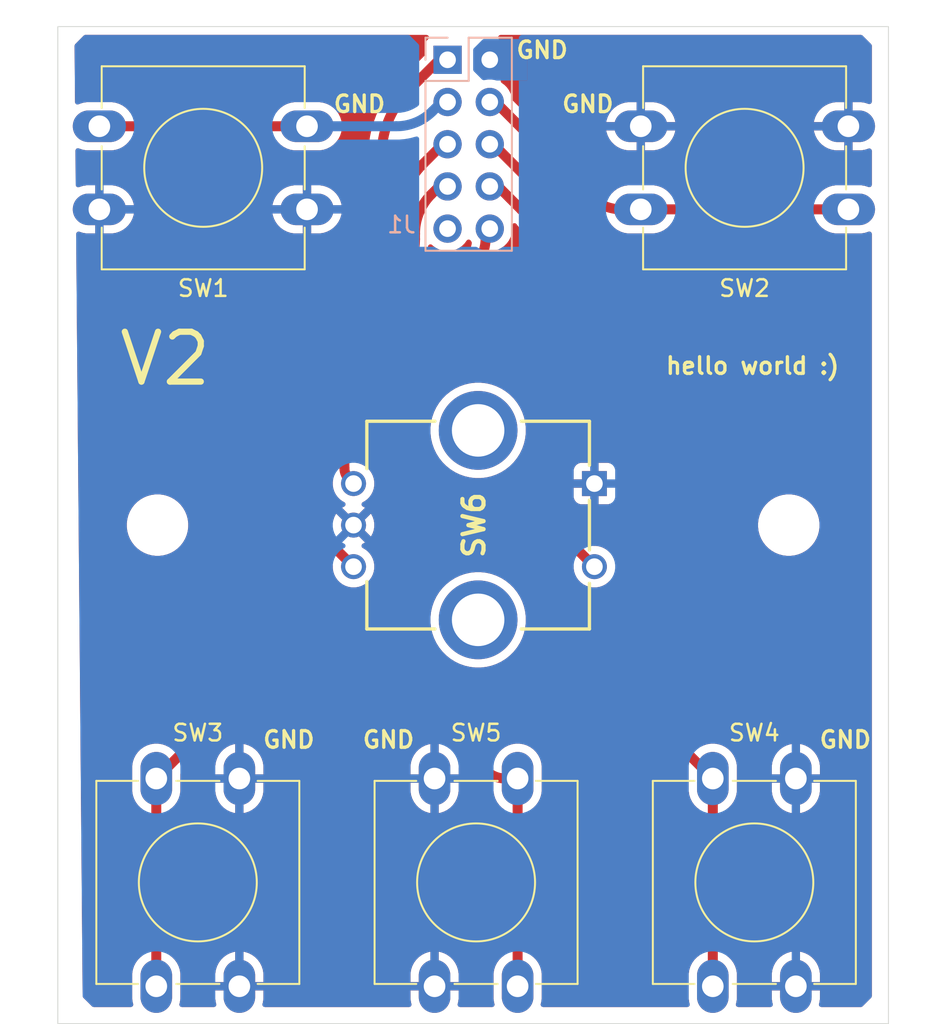
<source format=kicad_pcb>
(kicad_pcb (version 20241229) (generator "pcbnew") (generator_version "9.0")
  (title_block (comment 4 "AISLER Project ID: YIWGWVPE"))
  (layers (0 "F.Cu" signal) (2 "B.Cu" signal) (13 "F.Paste" user) (15 "B.Paste" user) (5 "F.SilkS" user "F.Silkscreen") (7 "B.SilkS" user "B.Silkscreen") (1 "F.Mask" user) (3 "B.Mask" user) (25 "Edge.Cuts" user))
  (net 0 "")
  (net 1 "Net-(J1-Pin_1)")
  (net 2 "Net-(J1-Pin_5)")
  (net 3 "Net-(J1-Pin_3)")
  (net 4 "Net-(J1-Pin_8)")
  (net 5 "Net-(J1-Pin_4)")
  (net 6 "Net-(J1-Pin_6)")
  (net 7 "Net-(J1-Pin_2)")
  (net 8 "Net-(J1-Pin_7)")
  (net 11 "Net-(J1-Pin_10)")
  (footprint "MountingHole:MountingHole_3.2mm_M3" (layer "F.Cu") (at 58.5 73)
    (property "Reference" "REF**" (hide yes))
    (property "Value" "MountingHole_3.2mm_M3")
    (pad "" np_thru_hole circle (at 0 0) (size 3.2 3.2) (drill 3.2) (layers "*.Cu" "*.Mask"))
  )
  (footprint "SamacSys_Parts:SW_PUSH-12mm3D" (layer "F.Cu") (at 58.426751 100.75 90)
    (property "Reference" "SW3" (at 15.25 2.5 180) (layer "F.SilkS"))
    (property "Value" "SW_Push")
    (fp_line (start 12.36 -3.61) (end 12.36 -1.1) (stroke (width 0.12)) (layer "F.SilkS"))
    (fp_line (start 0.14 -3.61) (end 12.36 -3.61) (stroke (width 0.12)) (layer "F.SilkS"))
    (fp_line (start 0.14 -3.61) (end 0.14 -1.1) (stroke (width 0.12)) (layer "F.SilkS"))
    (fp_line (start 12.36 1.2) (end 12.36 3.8) (stroke (width 0.12)) (layer "F.SilkS"))
    (fp_line (start 0.14 1.2) (end 0.14 3.8) (stroke (width 0.12)) (layer "F.SilkS"))
    (fp_line (start 12.36 6.1) (end 12.36 8.61) (stroke (width 0.12)) (layer "F.SilkS"))
    (fp_line (start 0.14 6.1) (end 0.14 8.61) (stroke (width 0.12)) (layer "F.SilkS"))
    (fp_line (start 12.36 8.61) (end 0.14 8.61) (stroke (width 0.12)) (layer "F.SilkS"))
    (fp_circle (center 6.25 2.5) (end 9.8 2.5) (stroke (width 0.12)) (fill no) (layer "F.SilkS"))
    (pad "1" thru_hole oval (at 0 0 90) (size 3.2 1.9) (drill 1.3) (layers "*.Cu" "*.Mask") (net 1 "Net-(J1-Pin_1)"))
    (pad "1" thru_hole oval (at 12.5 0 90) (size 3.2 1.9) (drill 1.3) (layers "*.Cu" "*.Mask") (net 1 "Net-(J1-Pin_1)"))
    (pad "2" thru_hole oval (at 0 5 90) (size 3.2 1.9) (drill 1.3) (layers "*.Cu" "*.Mask") (net 7 "Net-(J1-Pin_2)"))
    (pad "2" thru_hole oval (at 12.5 5 90) (size 3.2 1.9) (drill 1.3) (layers "*.Cu" "*.Mask") (net 7 "Net-(J1-Pin_2)"))
  )
  (footprint "SamacSys_Parts:SW_PUSH-12mm3D" (layer "F.Cu") (at 55 49)
    (property "Reference" "SW1" (at 6.25 9.75 0) (layer "F.SilkS"))
    (property "Value" "SW_Push" (hide yes))
    (fp_line (start 0.14 -3.61) (end 0.14 -1.1) (stroke (width 0.12)) (layer "F.SilkS"))
    (fp_line (start 0.14 -3.61) (end 12.36 -3.61) (stroke (width 0.12)) (layer "F.SilkS"))
    (fp_line (start 0.14 1.2) (end 0.14 3.8) (stroke (width 0.12)) (layer "F.SilkS"))
    (fp_line (start 0.14 6.1) (end 0.14 8.61) (stroke (width 0.12)) (layer "F.SilkS"))
    (fp_line (start 12.36 -3.61) (end 12.36 -1.1) (stroke (width 0.12)) (layer "F.SilkS"))
    (fp_line (start 12.36 1.2) (end 12.36 3.8) (stroke (width 0.12)) (layer "F.SilkS"))
    (fp_line (start 12.36 6.1) (end 12.36 8.61) (stroke (width 0.12)) (layer "F.SilkS"))
    (fp_line (start 12.36 8.61) (end 0.14 8.61) (stroke (width 0.12)) (layer "F.SilkS"))
    (fp_circle (center 6.25 2.5) (end 9.8 2.5) (stroke (width 0.12)) (fill no) (layer "F.SilkS"))
    (pad "1" thru_hole oval (at 0 0) (size 3.2 1.9) (drill 1.3) (layers "*.Cu" "*.Mask") (net 3 "Net-(J1-Pin_3)"))
    (pad "1" thru_hole oval (at 12.5 0) (size 3.2 1.9) (drill 1.3) (layers "*.Cu" "*.Mask") (net 3 "Net-(J1-Pin_3)"))
    (pad "2" thru_hole oval (at 0 5) (size 3.2 1.9) (drill 1.3) (layers "*.Cu" "*.Mask") (net 7 "Net-(J1-Pin_2)"))
    (pad "2" thru_hole oval (at 12.5 5) (size 3.2 1.9) (drill 1.3) (layers "*.Cu" "*.Mask") (net 7 "Net-(J1-Pin_2)"))
  )
  (footprint "SamacSys_Parts:PEC11R4215FS0024" (layer "F.Cu") (at 84.799846 70.5 -90)
    (property "Reference" "SW6" (at 2.5 7.25 270) (layer "F.SilkS") (effects (font (size 1.27 1.27) (thickness 0.254))))
    (property "Value" "RotaryEncoder_Switch_MP" (hide yes))
    (fp_line (start -3.75 13.7) (end -0.9 13.7) (stroke (width 0.2)) (layer "F.SilkS"))
    (fp_line (start 5.9 13.7) (end 8.75 13.7) (stroke (width 0.2)) (layer "F.SilkS"))
    (fp_line (start 8.75 13.7) (end 8.75 9.6) (stroke (width 0.2)) (layer "F.SilkS"))
    (fp_line (start -3.75 9.6) (end -3.75 13.7) (stroke (width 0.2)) (layer "F.SilkS"))
    (fp_line (start 8.75 4.4) (end 8.75 0.3) (stroke (width 0.2)) (layer "F.SilkS"))
    (fp_line (start -3.75 0.3) (end -3.75 4.4) (stroke (width 0.2)) (layer "F.SilkS"))
    (fp_line (start -1.1 0.3) (end -3.75 0.3) (stroke (width 0.2)) (layer "F.SilkS"))
    (fp_line (start 4 0.3) (end 1 0.3) (stroke (width 0.2)) (layer "F.SilkS"))
    (fp_line (start 8.75 0.3) (end 6 0.3) (stroke (width 0.2)) (layer "F.SilkS"))
    (pad "1" thru_hole rect (at 0 0 270) (size 1.5 1.5) (drill 1) (layers "*.Cu" "*.Mask") (net 7 "Net-(J1-Pin_2)"))
    (pad "2" thru_hole circle (at 5 0 270) (size 1.5 1.5) (drill 1) (layers "*.Cu" "*.Mask") (net 4 "Net-(J1-Pin_8)"))
    (pad "A1" thru_hole circle (at 0 14.5 270) (size 1.5 1.5) (drill 1) (layers "*.Cu" "*.Mask") (net 11 "Net-(J1-Pin_10)"))
    (pad "B1" thru_hole circle (at 5 14.5 270) (size 1.5 1.5) (drill 1) (layers "*.Cu" "*.Mask") (net 8 "Net-(J1-Pin_7)"))
    (pad "C1" thru_hole circle (at 2.5 14.5 270) (size 1.5 1.5) (drill 1) (layers "*.Cu" "*.Mask") (net 7 "Net-(J1-Pin_2)"))
    (pad "MH1" thru_hole circle (at -3.2 7 270) (size 4.74 4.74) (drill 3.16) (layers "*.Cu" "*.Mask"))
    (pad "MH2" thru_hole circle (at 8.2 7 270) (size 4.74 4.74) (drill 3.16) (layers "*.Cu" "*.Mask"))
  )
  (footprint "SamacSys_Parts:SW_PUSH-12mm3D" (layer "F.Cu") (at 91.926751 100.75 90)
    (property "Reference" "SW4" (at 15.25 2.5 180) (layer "F.SilkS"))
    (property "Value" "SW_Push")
    (fp_line (start 12.36 -3.61) (end 12.36 -1.1) (stroke (width 0.12)) (layer "F.SilkS"))
    (fp_line (start 0.14 -3.61) (end 12.36 -3.61) (stroke (width 0.12)) (layer "F.SilkS"))
    (fp_line (start 0.14 -3.61) (end 0.14 -1.1) (stroke (width 0.12)) (layer "F.SilkS"))
    (fp_line (start 12.36 1.2) (end 12.36 3.8) (stroke (width 0.12)) (layer "F.SilkS"))
    (fp_line (start 0.14 1.2) (end 0.14 3.8) (stroke (width 0.12)) (layer "F.SilkS"))
    (fp_line (start 12.36 6.1) (end 12.36 8.61) (stroke (width 0.12)) (layer "F.SilkS"))
    (fp_line (start 0.14 6.1) (end 0.14 8.61) (stroke (width 0.12)) (layer "F.SilkS"))
    (fp_line (start 12.36 8.61) (end 0.14 8.61) (stroke (width 0.12)) (layer "F.SilkS"))
    (fp_circle (center 6.25 2.5) (end 9.8 2.5) (stroke (width 0.12)) (fill no) (layer "F.SilkS"))
    (pad "1" thru_hole oval (at 0 0 90) (size 3.2 1.9) (drill 1.3) (layers "*.Cu" "*.Mask") (net 6 "Net-(J1-Pin_6)"))
    (pad "1" thru_hole oval (at 12.5 0 90) (size 3.2 1.9) (drill 1.3) (layers "*.Cu" "*.Mask") (net 6 "Net-(J1-Pin_6)"))
    (pad "2" thru_hole oval (at 0 5 90) (size 3.2 1.9) (drill 1.3) (layers "*.Cu" "*.Mask") (net 7 "Net-(J1-Pin_2)"))
    (pad "2" thru_hole oval (at 12.5 5 90) (size 3.2 1.9) (drill 1.3) (layers "*.Cu" "*.Mask") (net 7 "Net-(J1-Pin_2)"))
  )
  (footprint "SamacSys_Parts:SW_PUSH-12mm3D" (layer "F.Cu") (at 80.176751 88.25 -90)
    (property "Reference" "SW5" (at -2.75 2.5 0) (layer "F.SilkS"))
    (property "Value" "SW_Push")
    (fp_line (start 12.36 8.61) (end 0.14 8.61) (stroke (width 0.12)) (layer "F.SilkS"))
    (fp_line (start 0.14 6.1) (end 0.14 8.61) (stroke (width 0.12)) (layer "F.SilkS"))
    (fp_line (start 12.36 6.1) (end 12.36 8.61) (stroke (width 0.12)) (layer "F.SilkS"))
    (fp_line (start 0.14 1.2) (end 0.14 3.8) (stroke (width 0.12)) (layer "F.SilkS"))
    (fp_line (start 12.36 1.2) (end 12.36 3.8) (stroke (width 0.12)) (layer "F.SilkS"))
    (fp_line (start 0.14 -3.61) (end 0.14 -1.1) (stroke (width 0.12)) (layer "F.SilkS"))
    (fp_line (start 0.14 -3.61) (end 12.36 -3.61) (stroke (width 0.12)) (layer "F.SilkS"))
    (fp_line (start 12.36 -3.61) (end 12.36 -1.1) (stroke (width 0.12)) (layer "F.SilkS"))
    (fp_circle (center 6.25 2.5) (end 9.8 2.5) (stroke (width 0.12)) (fill no) (layer "F.SilkS"))
    (pad "1" thru_hole oval (at 0 0 270) (size 3.2 1.9) (drill 1.3) (layers "*.Cu" "*.Mask") (net 2 "Net-(J1-Pin_5)"))
    (pad "1" thru_hole oval (at 12.5 0 270) (size 3.2 1.9) (drill 1.3) (layers "*.Cu" "*.Mask") (net 2 "Net-(J1-Pin_5)"))
    (pad "2" thru_hole oval (at 0 5 270) (size 3.2 1.9) (drill 1.3) (layers "*.Cu" "*.Mask") (net 7 "Net-(J1-Pin_2)"))
    (pad "2" thru_hole oval (at 12.5 5 270) (size 3.2 1.9) (drill 1.3) (layers "*.Cu" "*.Mask") (net 7 "Net-(J1-Pin_2)"))
  )
  (footprint "SamacSys_Parts:SW_PUSH-12mm3D" (layer "F.Cu") (at 87.590441 49)
    (property "Reference" "SW2" (at 6.25 9.75 0) (layer "F.SilkS"))
    (property "Value" "SW_Push" (hide yes))
    (fp_line (start 0.14 -3.61) (end 0.14 -1.1) (stroke (width 0.12)) (layer "F.SilkS"))
    (fp_line (start 0.14 -3.61) (end 12.36 -3.61) (stroke (width 0.12)) (layer "F.SilkS"))
    (fp_line (start 0.14 1.2) (end 0.14 3.8) (stroke (width 0.12)) (layer "F.SilkS"))
    (fp_line (start 0.14 6.1) (end 0.14 8.61) (stroke (width 0.12)) (layer "F.SilkS"))
    (fp_line (start 12.36 -3.61) (end 12.36 -1.1) (stroke (width 0.12)) (layer "F.SilkS"))
    (fp_line (start 12.36 1.2) (end 12.36 3.8) (stroke (width 0.12)) (layer "F.SilkS"))
    (fp_line (start 12.36 6.1) (end 12.36 8.61) (stroke (width 0.12)) (layer "F.SilkS"))
    (fp_line (start 12.36 8.61) (end 0.14 8.61) (stroke (width 0.12)) (layer "F.SilkS"))
    (fp_circle (center 6.25 2.5) (end 9.8 2.5) (stroke (width 0.12)) (fill no) (layer "F.SilkS"))
    (pad "1" thru_hole oval (at 0 0) (size 3.2 1.9) (drill 1.3) (layers "*.Cu" "*.Mask") (net 7 "Net-(J1-Pin_2)"))
    (pad "1" thru_hole oval (at 12.5 0) (size 3.2 1.9) (drill 1.3) (layers "*.Cu" "*.Mask") (net 7 "Net-(J1-Pin_2)"))
    (pad "2" thru_hole oval (at 0 5) (size 3.2 1.9) (drill 1.3) (layers "*.Cu" "*.Mask") (net 5 "Net-(J1-Pin_4)"))
    (pad "2" thru_hole oval (at 12.5 5) (size 3.2 1.9) (drill 1.3) (layers "*.Cu" "*.Mask") (net 5 "Net-(J1-Pin_4)"))
  )
  (footprint "MountingHole:MountingHole_3.2mm_M3" (layer "F.Cu") (at 96.5 73)
    (property "Reference" "REF**" (hide yes))
    (property "Value" "MountingHole_3.2mm_M3")
    (pad "" np_thru_hole circle (at 0 0) (size 3.2 3.2) (drill 3.2) (layers "*.Cu" "*.Mask"))
  )
  (footprint "Connector_PinHeader_2.54mm:PinHeader_2x05_P2.54mm_Vertical" (layer "B.Cu") (at 78.96 45 180)
    (property "Reference" "J1" (at 5.775 -9.925 0) (layer "B.SilkS") (effects (justify mirror)))
    (property "Value" "HeaderPins")
    (fp_line (start 4.33 1.33) (end 3 1.33) (stroke (width 0.12)) (layer "B.SilkS"))
    (fp_line (start 4.33 0) (end 4.33 1.33) (stroke (width 0.12)) (layer "B.SilkS"))
    (fp_line (start 4.33 -1.27) (end 4.33 -11.49) (stroke (width 0.12)) (layer "B.SilkS"))
    (fp_line (start 4.33 -1.27) (end 1.73 -1.27) (stroke (width 0.12)) (layer "B.SilkS"))
    (fp_line (start 4.33 -11.49) (end -0.87 -11.49) (stroke (width 0.12)) (layer "B.SilkS"))
    (fp_line (start 1.73 1.33) (end -0.87 1.33) (stroke (width 0.12)) (layer "B.SilkS"))
    (fp_line (start 1.73 -1.27) (end 1.73 1.33) (stroke (width 0.12)) (layer "B.SilkS"))
    (fp_line (start -0.87 1.33) (end -0.87 -11.49) (stroke (width 0.12)) (layer "B.SilkS"))
    (pad "1" thru_hole rect (at 3 0 180) (size 1.7 1.7) (drill 1) (layers "*.Cu" "*.Mask") (net 1 "Net-(J1-Pin_1)"))
    (pad "2" thru_hole oval (at 0.46 0 180) (size 1.7 1.7) (drill 1) (layers "*.Cu" "*.Mask") (net 7 "Net-(J1-Pin_2)"))
    (pad "3" thru_hole oval (at 3 -2.54 180) (size 1.7 1.7) (drill 1) (layers "*.Cu" "*.Mask") (net 3 "Net-(J1-Pin_3)"))
    (pad "4" thru_hole oval (at 0.46 -2.54 180) (size 1.7 1.7) (drill 1) (layers "*.Cu" "*.Mask") (net 5 "Net-(J1-Pin_4)"))
    (pad "5" thru_hole oval (at 3 -5.08 180) (size 1.7 1.7) (drill 1) (layers "*.Cu" "*.Mask") (net 2 "Net-(J1-Pin_5)"))
    (pad "6" thru_hole oval (at 0.46 -5.08 180) (size 1.7 1.7) (drill 1) (layers "*.Cu" "*.Mask") (net 6 "Net-(J1-Pin_6)"))
    (pad "7" thru_hole oval (at 3 -7.62 180) (size 1.7 1.7) (drill 1) (layers "*.Cu" "*.Mask") (net 8 "Net-(J1-Pin_7)"))
    (pad "8" thru_hole oval (at 0.46 -7.62 180) (size 1.7 1.7) (drill 1) (layers "*.Cu" "*.Mask") (net 4 "Net-(J1-Pin_8)"))
    (pad "9" thru_hole oval (at 3 -10.16 180) (size 1.7 1.7) (drill 1) (layers "*.Cu" "*.Mask"))
    (pad "10" thru_hole oval (at 0.46 -10.16 180) (size 1.7 1.7) (drill 1) (layers "*.Cu" "*.Mask") (net 11 "Net-(J1-Pin_10)"))
  )
  (gr_rect (start 52.5 43) (end 102.5 103) (stroke (width 0.05)) (fill no) (layer "Edge.Cuts"))
  (gr_text "GND" (at 98.25 86.5 0) (layer "F.SilkS") (effects (font (size 1 1) (thickness 0.2) (bold yes)) (justify left bottom)))
  (gr_text "V2" (at 56 64.75 0) (layer "F.SilkS") (effects (font (size 3 3) (thickness 0.375)) (justify left bottom)))
  (gr_text "GND" (at 70.75 86.5 0) (layer "F.SilkS") (effects (font (size 1 1) (thickness 0.2) (bold yes)) (justify left bottom)))
  (gr_text "GND" (at 82.75 48.25 0) (layer "F.SilkS") (effects (font (size 1 1) (thickness 0.2) (bold yes)) (justify left bottom)))
  (gr_text "hello world :)" (at 89 64 0) (layer "F.SilkS") (effects (font (size 1 1) (thickness 0.2) (bold yes)) (justify left bottom)))
  (gr_text "GND" (at 80 45 0) (layer "F.SilkS") (effects (font (size 1 1) (thickness 0.2) (bold yes)) (justify left bottom)))
  (gr_text "GND" (at 64.75 86.5 0) (layer "F.SilkS") (effects (font (size 1 1) (thickness 0.2) (bold yes)) (justify left bottom)))
  (gr_text "GND" (at 69 48.25 0) (layer "F.SilkS") (effects (font (size 1 1) (thickness 0.2) (bold yes)) (justify left bottom)))
  (segment (start 72 54.246036) (end 72 50.713963) (width 0.6) (layer "F.Cu") (net 1))
  (segment (start 75.95 44.925) (end 76.225 44.925) (width 0.6) (layer "F.Cu") (net 1))
  (segment (start 66.343792 62.156207) (end 70.406207 58.093792) (width 0.6) (layer "F.Cu") (net 1))
  (segment (start 73.593792 46.866207) (end 75.96 44.5) (width 0.6) (layer "F.Cu") (net 1))
  (segment (start 58.426751 88.25) (end 58.426751 100.75) (width 0.6) (layer "F.Cu") (net 1))
  (segment (start 64.75 66.003963) (end 64.75 79.672787) (width 0.6) (layer "F.Cu") (net 1))
  (segment (start 58.426751 88.25) (end 63.156207 83.520543) (width 0.6) (layer "F.Cu") (net 1))
  (arc (start 66.343792 62.156207) (mid 65.164213 63.921572) (end 64.75 66.003963) (width 0.6) (layer "F.Cu") (net 1))
  (arc (start 73.593792 46.866207) (mid 72.414213 48.631572) (end 72 50.713963) (width 0.6) (layer "F.Cu") (net 1))
  (arc (start 64.75 79.672787) (mid 64.335786 81.755177) (end 63.156207 83.520543) (width 0.6) (layer "F.Cu") (net 1))
  (arc (start 72 54.246036) (mid 71.585786 56.328426) (end 70.406207 58.093792) (width 0.6) (layer "F.Cu") (net 1))
  (segment (start 67.593792 62.406207) (end 71.497397 58.502601) (width 0.6) (layer "F.Cu") (net 2))
  (segment (start 80.176751 88.963375) (end 80.176751 100.75) (width 0.6) (layer "F.Cu") (net 2))
  (segment (start 73 54.843036) (end 73 54.875) (width 0.6) (layer "F.Cu") (net 2))
  (segment (start 66 66.253963) (end 66 73.246036) (width 0.6) (layer "F.Cu") (net 2))
  (segment (start 75.96 49.685) (end 75.96 49.58) (width 0.6) (layer "F.Cu") (net 2))
  (segment (start 78.245567 87.745567) (end 67.593792 77.093792) (width 0.6) (layer "F.Cu") (net 2))
  (segment (start 74.479999 51.269999) (end 75.885753 49.864246) (width 0.6) (layer "F.Cu") (net 2))
  (arc (start 75.885753 49.864246) (mid 75.940703 49.782007) (end 75.96 49.685) (width 0.6) (layer "F.Cu") (net 2))
  (arc (start 67.593792 77.093792) (mid 66.414213 75.328426) (end 66 73.246036) (width 0.6) (layer "F.Cu") (net 2))
  (arc (start 78.245567 87.745567) (mid 78.804302 88.118902) (end 79.463375 88.25) (width 0.6) (layer "F.Cu") (net 2))
  (arc (start 79.463375 88.25) (mid 79.967808 88.458942) (end 80.176751 88.963375) (width 0.6) (layer "F.Cu") (net 2))
  (arc (start 71.497397 58.502601) (mid 72.609486 56.838243) (end 73 54.875) (width 0.6) (layer "F.Cu") (net 2))
  (arc (start 66 66.253963) (mid 66.414213 64.171572) (end 67.593792 62.406207) (width 0.6) (layer "F.Cu") (net 2))
  (arc (start 74.479999 51.269999) (mid 73.384639 52.909322) (end 73 54.843036) (width 0.6) (layer "F.Cu") (net 2))
  (segment (start 55 49) (end 67.5 49) (width 0.6) (layer "F.Cu") (net 3))
  (segment (start 72.873672 49) (end 67.5 49) (width 0.6) (layer "B.Cu") (net 3))
  (segment (start 75.0525 48.0975) (end 75.955 47.195) (width 0.6) (layer "B.Cu") (net 3))
  (arc (start 72.873672 49) (mid 74.052845 48.765447) (end 75.0525 48.0975) (width 0.6) (layer "B.Cu") (net 3))
  (segment (start 83.399923 74.100077) (end 84.799846 75.5) (width 0.6) (layer "F.Cu") (net 4))
  (segment (start 82 57.873963) (end 82 70.720363) (width 0.6) (layer "F.Cu") (net 4))
  (segment (start 80.406207 54.026207) (end 78.5 52.12) (width 0.6) (layer "F.Cu") (net 4))
  (arc (start 82 57.873963) (mid 81.585786 55.791572) (end 80.406207 54.026207) (width 0.6) (layer "F.Cu") (net 4))
  (arc (start 83.399923 74.100077) (mid 82.363828 72.549451) (end 82 70.720363) (width 0.6) (layer "F.Cu") (net 4))
  (segment (start 88.163051 54) (end 100.090441 54) (width 0.6) (layer "F.Cu") (net 5))
  (segment (start 88.163051 54) (end 87.01783 54) (width 0.6) (layer "F.Cu") (net 5))
  (segment (start 84.490206 53.190206) (end 78.765 47.465) (width 0.6) (layer "F.Cu") (net 5))
  (segment (start 86.44522 54) (end 87.01783 54) (width 0.6) (layer "F.Cu") (net 5))
  (arc (start 84.490206 53.190206) (mid 85.387174 53.789541) (end 86.44522 54) (width 0.6) (layer "F.Cu") (net 5))
  (segment (start 91.926751 88.25) (end 91.926751 100.75) (width 0.6) (layer "F.Cu") (net 6))
  (segment (start 78.810961 50.180961) (end 85.156207 56.526207) (width 0.6) (layer "F.Cu") (net 6))
  (segment (start 78.765 50.07) (end 78.765 50.005) (width 0.6) (layer "F.Cu") (net 6))
  (segment (start 88.343792 84.667041) (end 91.926751 88.25) (width 0.6) (layer "F.Cu") (net 6))
  (segment (start 86.75 80.819285) (end 86.75 60.373963) (width 0.6) (layer "F.Cu") (net 6))
  (arc (start 85.156207 56.526207) (mid 86.335786 58.291572) (end 86.75 60.373963) (width 0.6) (layer "F.Cu") (net 6))
  (arc (start 78.765 50.07) (mid 78.776944 50.130051) (end 78.810961 50.180961) (width 0.6) (layer "F.Cu") (net 6))
  (arc (start 88.343792 84.667041) (mid 87.164213 82.901675) (end 86.75 80.819285) (width 0.6) (layer "F.Cu") (net 6))
  (segment (start 67.25 70.293587) (end 67.25 66.503963) (width 0.6) (layer "F.Cu") (net 8))
  (segment (start 68.774923 73.975077) (end 70.299846 75.5) (width 0.6) (layer "F.Cu") (net 8))
  (segment (start 74 55.79) (end 74 55.465929) (width 0.6) (layer "F.Cu") (net 8))
  (segment (start 74.98 53.1) (end 75.96 52.12) (width 0.6) (layer "F.Cu") (net 8))
  (segment (start 68.843792 62.656207) (end 72.790847 58.709152) (width 0.6) (layer "F.Cu") (net 8))
  (arc (start 74 55.465929) (mid 74.254693 54.185497) (end 74.98 53.1) (width 0.6) (layer "F.Cu") (net 8))
  (arc (start 74 55.79) (mid 73.685751 57.369833) (end 72.790847 58.709152) (width 0.6) (layer "F.Cu") (net 8))
  (arc (start 68.843792 62.656207) (mid 67.664213 64.421572) (end 67.25 66.503963) (width 0.6) (layer "F.Cu") (net 8))
  (arc (start 68.774923 73.975077) (mid 67.646314 72.285995) (end 67.25 70.293587) (width 0.6) (layer "F.Cu") (net 8))
  (segment (start 69.75 67.503963) (end 69.75 69.561354) (width 0.6) (layer "F.Cu") (net 11))
  (segment (start 78.25 55.75) (end 78.25 54.75) (width 0.6) (layer "F.Cu") (net 11))
  (segment (start 71.343792 63.656207) (end 77.542893 57.457106) (width 0.6) (layer "F.Cu") (net 11))
  (segment (start 70.024923 70.225077) (end 70.299846 70.5) (width 0.6) (layer "F.Cu") (net 11))
  (arc (start 78.25 55.75) (mid 78.066228 56.673879) (end 77.542893 57.457106) (width 0.6) (layer "F.Cu") (net 11))
  (arc (start 70.024923 70.225077) (mid 69.82145 69.920558) (end 69.75 69.561354) (width 0.6) (layer "F.Cu") (net 11))
  (arc (start 69.75 67.503963) (mid 70.164213 65.421572) (end 71.343792 63.656207) (width 0.6) (layer "F.Cu") (net 11))
  (zone (net 7) (net_name "Net-(J1-Pin_2)") (layer "F.Cu") (name "GND") (priority 3) (connect_pads (clearance 0.5)) (min_thickness 0.3) (fill yes (thermal_gap 0.5) (thermal_bridge_width 0.5) (smoothing chamfer) (radius 0.6))
    (polygon (pts (xy 53.5 43.5) (xy 101.5 43.5) (xy 101.5 102) (xy 54 102)))
  )
  (zone (net 7) (net_name "Net-(J1-Pin_2)") (layer "B.Cu") (name "GND") (priority 1) (connect_pads yes (clearance 0.5)) (min_thickness 0.3) (fill yes (thermal_gap 0.5) (thermal_bridge_width 0.5) (smoothing chamfer) (radius 0.6))
    (polygon (pts (xy 80.75 46.25) (xy 77.5 46.25) (xy 77.5 43.75) (xy 80.75 43.75)))
  )
  (zone (net 7) (net_name "Net-(J1-Pin_2)") (layer "B.Cu") (name "GND") (connect_pads (clearance 0.5)) (min_thickness 0.3) (fill yes (thermal_gap 0.5) (thermal_bridge_width 0.5) (smoothing chamfer) (radius 0.6))
    (polygon (pts (xy 101.5 102) (xy 54 102) (xy 53.5 43.5) (xy 101.5 43.5)))
    (polygon (pts (xy 74.25 43.5) (xy 74.25 56.25) (xy 80.25 56.25) (xy 80.25 43.5)))
  )
)
</source>
